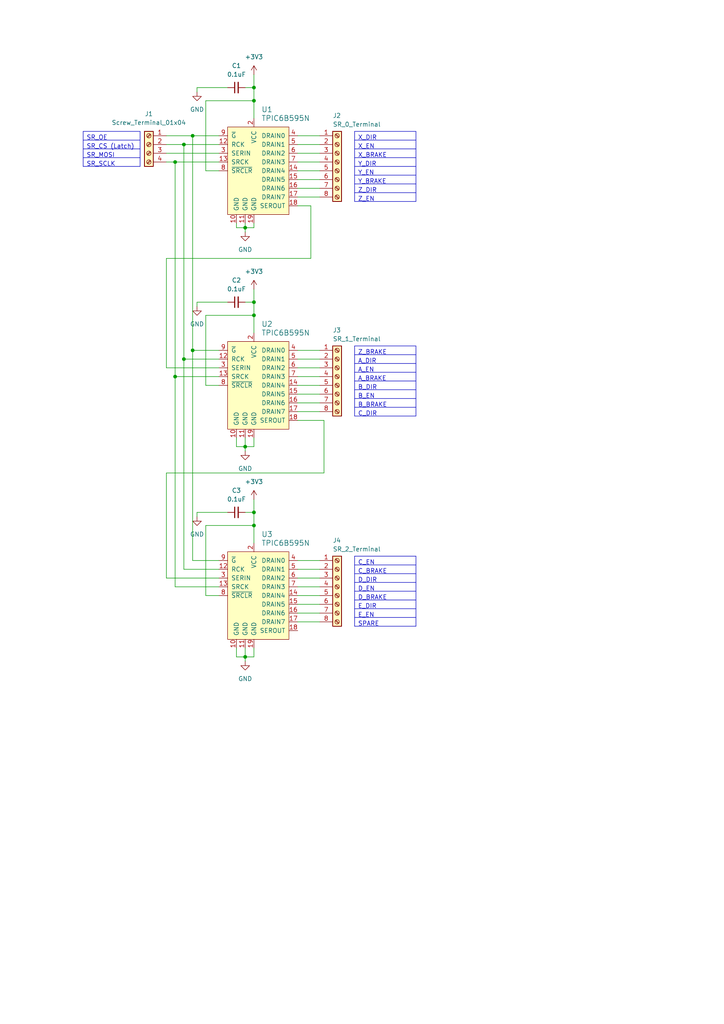
<source format=kicad_sch>
(kicad_sch (version 20250114) (generator "eeschema") (generator_version "9.0")
  (paper "A4" portrait)
  (lib_symbols
    (symbol "Connector:Screw_Terminal_01x04" (pin_names (offset 1.016) (hide yes))
      (property "Reference" "J" (at 0 5.08 0))
      (property "Value" "Screw_Terminal_01x04" (at 0 -7.62 0))
      (symbol "Screw_Terminal_01x04_1_1"
        (rectangle (start -1.27 3.81) (end 1.27 -6.35) (stroke (width 0.254)) (fill (type background)))
        (polyline (pts (xy -0.5334 2.8702) (xy 0.3302 2.032)) (stroke (width 0.1524)))
        (polyline (pts (xy -0.5334 0.3302) (xy 0.3302 -0.508)) (stroke (width 0.1524)))
        (polyline (pts (xy -0.5334 -2.2098) (xy 0.3302 -3.048)) (stroke (width 0.1524)))
        (polyline (pts (xy -0.5334 -4.7498) (xy 0.3302 -5.588)) (stroke (width 0.1524)))
        (polyline (pts (xy -0.3556 3.048) (xy 0.508 2.2098)) (stroke (width 0.1524)))
        (polyline (pts (xy -0.3556 0.508) (xy 0.508 -0.3302)) (stroke (width 0.1524)))
        (polyline (pts (xy -0.3556 -2.032) (xy 0.508 -2.8702)) (stroke (width 0.1524)))
        (polyline (pts (xy -0.3556 -4.572) (xy 0.508 -5.4102)) (stroke (width 0.1524)))
        (circle (center 0 2.54) (radius 0.635) (stroke (width 0.1524)))
        (circle (center 0 0) (radius 0.635) (stroke (width 0.1524)))
        (circle (center 0 -2.54) (radius 0.635) (stroke (width 0.1524)))
        (circle (center 0 -5.08) (radius 0.635) (stroke (width 0.1524)))
        (pin passive line (at -5.08 2.54 0) (length 3.81) (name "Pin_1") (number "1"))
        (pin passive line (at -5.08 0 0) (length 3.81) (name "Pin_2") (number "2"))
        (pin passive line (at -5.08 -2.54 0) (length 3.81) (name "Pin_3") (number "3"))
        (pin passive line (at -5.08 -5.08 0) (length 3.81) (name "Pin_4") (number "4"))
      )
    )
    (symbol "Connector:Screw_Terminal_01x08" (pin_names (offset 1.016) (hide yes))
      (property "Reference" "J" (at 0 10.16 0))
      (property "Value" "Screw_Terminal_01x08" (at 0 -12.7 0))
      (symbol "Screw_Terminal_01x08_1_1"
        (rectangle (start -1.27 8.89) (end 1.27 -11.43) (stroke (width 0.254)) (fill (type background)))
        (polyline (pts (xy -0.5334 7.9502) (xy 0.3302 7.112)) (stroke (width 0.1524)))
        (polyline (pts (xy -0.5334 5.4102) (xy 0.3302 4.572)) (stroke (width 0.1524)))
        (polyline (pts (xy -0.5334 2.8702) (xy 0.3302 2.032)) (stroke (width 0.1524)))
        (polyline (pts (xy -0.5334 0.3302) (xy 0.3302 -0.508)) (stroke (width 0.1524)))
        (polyline (pts (xy -0.5334 -2.2098) (xy 0.3302 -3.048)) (stroke (width 0.1524)))
        (polyline (pts (xy -0.5334 -4.7498) (xy 0.3302 -5.588)) (stroke (width 0.1524)))
        (polyline (pts (xy -0.5334 -7.2898) (xy 0.3302 -8.128)) (stroke (width 0.1524)))
        (polyline (pts (xy -0.5334 -9.8298) (xy 0.3302 -10.668)) (stroke (width 0.1524)))
        (polyline (pts (xy -0.3556 8.128) (xy 0.508 7.2898)) (stroke (width 0.1524)))
        (polyline (pts (xy -0.3556 5.588) (xy 0.508 4.7498)) (stroke (width 0.1524)))
        (polyline (pts (xy -0.3556 3.048) (xy 0.508 2.2098)) (stroke (width 0.1524)))
        (polyline (pts (xy -0.3556 0.508) (xy 0.508 -0.3302)) (stroke (width 0.1524)))
        (polyline (pts (xy -0.3556 -2.032) (xy 0.508 -2.8702)) (stroke (width 0.1524)))
        (polyline (pts (xy -0.3556 -4.572) (xy 0.508 -5.4102)) (stroke (width 0.1524)))
        (polyline (pts (xy -0.3556 -7.112) (xy 0.508 -7.9502)) (stroke (width 0.1524)))
        (polyline (pts (xy -0.3556 -9.652) (xy 0.508 -10.4902)) (stroke (width 0.1524)))
        (circle (center 0 7.62) (radius 0.635) (stroke (width 0.1524)))
        (circle (center 0 5.08) (radius 0.635) (stroke (width 0.1524)))
        (circle (center 0 2.54) (radius 0.635) (stroke (width 0.1524)))
        (circle (center 0 0) (radius 0.635) (stroke (width 0.1524)))
        (circle (center 0 -2.54) (radius 0.635) (stroke (width 0.1524)))
        (circle (center 0 -5.08) (radius 0.635) (stroke (width 0.1524)))
        (circle (center 0 -7.62) (radius 0.635) (stroke (width 0.1524)))
        (circle (center 0 -10.16) (radius 0.635) (stroke (width 0.1524)))
        (pin passive line (at -5.08 7.62 0) (length 3.81) (name "Pin_1") (number "1"))
        (pin passive line (at -5.08 5.08 0) (length 3.81) (name "Pin_2") (number "2"))
        (pin passive line (at -5.08 2.54 0) (length 3.81) (name "Pin_3") (number "3"))
        (pin passive line (at -5.08 0 0) (length 3.81) (name "Pin_4") (number "4"))
        (pin passive line (at -5.08 -2.54 0) (length 3.81) (name "Pin_5") (number "5"))
        (pin passive line (at -5.08 -5.08 0) (length 3.81) (name "Pin_6") (number "6"))
        (pin passive line (at -5.08 -7.62 0) (length 3.81) (name "Pin_7") (number "7"))
        (pin passive line (at -5.08 -10.16 0) (length 3.81) (name "Pin_8") (number "8"))
      )
    )
    (symbol "Device:C_Small" (pin_numbers (hide yes)) (pin_names (offset 0.254) (hide yes))
      (property "Reference" "C" (at 0.254 1.778 0))
      (property "Value" "C_Small" (at 0.254 -2.032 0))
      (symbol "C_Small_0_1"
        (polyline (pts (xy -1.524 0.508) (xy 1.524 0.508)) (stroke (width 0.3048)))
        (polyline (pts (xy -1.524 -0.508) (xy 1.524 -0.508)) (stroke (width 0.3302)))
      )
      (symbol "C_Small_1_1"
        (pin passive line (at 0 2.54 270) (length 2.032) (name "~") (number "1"))
        (pin passive line (at 0 -2.54 90) (length 2.032) (name "~") (number "2"))
      )
    )
    (symbol "dk_Logic-Shift-Registers:TPIC6B595N" (pin_names (offset 1.016))
      (property "Reference" "U" (at -7.7724 1.143 0))
      (property "Value" "TPIC6B595N" (at 0.4572 -26.5938 0))
      (symbol "TPIC6B595N_0_1"
        (rectangle (start -7.62 0) (end 10.16 -25.4) (fill (type background)))
      )
      (symbol "TPIC6B595N_1_1"
        (pin input line (at -10.16 -2.54 0) (length 2.54) (name "~{G}") (number "9"))
        (pin input line (at -10.16 -5.08 0) (length 2.54) (name "RCK") (number "12"))
        (pin input line (at -10.16 -7.62 0) (length 2.54) (name "SERIN") (number "3"))
        (pin input line (at -10.16 -10.16 0) (length 2.54) (name "SRCK") (number "13"))
        (pin input line (at -10.16 -12.7 0) (length 2.54) (name "~{SRCLR}") (number "8"))
        (pin no_connect line (at -7.62 -15.24 0) (length 2.54) (hide yes) (name "NC") (number "1"))
        (pin no_connect line (at -7.62 -17.78 0) (length 2.54) (hide yes) (name "NC") (number "20"))
        (pin power_in line (at -5.08 -27.94 90) (length 2.54) (name "GND") (number "10"))
        (pin power_in line (at -2.54 -27.94 90) (length 2.54) (name "GND") (number "11"))
        (pin power_in line (at 0 2.54 270) (length 2.54) (name "VCC") (number "2"))
        (pin power_in line (at 0 -27.94 90) (length 2.54) (name "GND") (number "19"))
        (pin output line (at 12.7 -2.54 180) (length 2.54) (name "DRAIN0") (number "4"))
        (pin output line (at 12.7 -5.08 180) (length 2.54) (name "DRAIN1") (number "5"))
        (pin output line (at 12.7 -7.62 180) (length 2.54) (name "DRAIN2") (number "6"))
        (pin output line (at 12.7 -10.16 180) (length 2.54) (name "DRAIN3") (number "7"))
        (pin output line (at 12.7 -12.7 180) (length 2.54) (name "DRAIN4") (number "14"))
        (pin output line (at 12.7 -15.24 180) (length 2.54) (name "DRAIN5") (number "15"))
        (pin output line (at 12.7 -17.78 180) (length 2.54) (name "DRAIN6") (number "16"))
        (pin output line (at 12.7 -20.32 180) (length 2.54) (name "DRAIN7") (number "17"))
        (pin output line (at 12.7 -22.86 180) (length 2.54) (name "SEROUT") (number "18"))
      )
    )
    (symbol "power:+3V3" (power) (pin_numbers (hide yes)) (pin_names (offset 0) (hide yes))
      (property "Value" "+3V3" (at 0 3.556 0))
      (symbol "+3V3_0_1"
        (polyline (pts (xy -0.762 1.27) (xy 0 2.54)))
        (polyline (pts (xy 0 2.54) (xy 0.762 1.27)))
        (polyline (pts (xy 0 0) (xy 0 2.54)))
      )
      (symbol "+3V3_1_1"
        (pin power_in line (at 0 0 90) (length 0) (name "~") (number "1"))
      )
    )
    (symbol "power:GND" (power) (pin_numbers (hide yes)) (pin_names (offset 0) (hide yes))
      (property "Value" "GND" (at 0 -3.81 0))
      (symbol "GND_0_1"
        (polyline (pts (xy 0 0) (xy 0 -1.27) (xy 1.27 -1.27) (xy 0 -2.54) (xy -1.27 -1.27) (xy 0 -1.27)))
      )
      (symbol "GND_1_1"
        (pin power_in line (at 0 0 270) (length 0) (name "~") (number "1"))
      )
    )
  )
  (junction (at 73.66 29.21))
  (junction (at 55.88 39.37))
  (junction (at 71.12 190.5))
  (junction (at 71.12 129.54))
  (junction (at 53.34 104.14))
  (junction (at 73.66 152.4))
  (junction (at 50.8 109.22))
  (junction (at 50.8 46.99))
  (junction (at 71.12 66.04))
  (junction (at 55.88 101.6))
  (junction (at 73.66 25.4))
  (junction (at 53.34 41.91))
  (junction (at 73.66 148.59))
  (junction (at 73.66 91.44))
  (junction (at 73.66 87.63))
  (wire (pts (xy 57.15 148.59) (xy 57.15 149.86)))
  (wire (pts (xy 71.12 66.04) (xy 73.66 66.04)))
  (wire (pts (xy 68.58 187.96) (xy 68.58 190.5)))
  (wire (pts (xy 48.26 106.68) (xy 63.5 106.68)))
  (wire (pts (xy 86.36 180.34) (xy 92.71 180.34)))
  (wire (pts (xy 86.36 114.3) (xy 92.71 114.3)))
  (wire (pts (xy 71.12 190.5) (xy 73.66 190.5)))
  (wire (pts (xy 86.36 172.72) (xy 92.71 172.72)))
  (wire (pts (xy 93.98 121.92) (xy 93.98 137.16)))
  (wire (pts (xy 86.36 39.37) (xy 92.71 39.37)))
  (wire (pts (xy 73.66 25.4) (xy 73.66 29.21)))
  (wire (pts (xy 71.12 148.59) (xy 73.66 148.59)))
  (wire (pts (xy 50.8 109.22) (xy 50.8 170.18)))
  (wire (pts (xy 86.36 121.92) (xy 93.98 121.92)))
  (wire (pts (xy 59.69 91.44) (xy 73.66 91.44)))
  (wire (pts (xy 71.12 190.5) (xy 71.12 191.77)))
  (wire (pts (xy 55.88 101.6) (xy 63.5 101.6)))
  (wire (pts (xy 68.58 129.54) (xy 71.12 129.54)))
  (wire (pts (xy 86.36 162.56) (xy 92.71 162.56)))
  (wire (pts (xy 63.5 49.53) (xy 59.69 49.53)))
  (wire (pts (xy 73.66 127) (xy 73.66 129.54)))
  (wire (pts (xy 53.34 41.91) (xy 63.5 41.91)))
  (wire (pts (xy 48.26 74.93) (xy 48.26 106.68)))
  (wire (pts (xy 55.88 39.37) (xy 55.88 101.6)))
  (wire (pts (xy 48.26 44.45) (xy 63.5 44.45)))
  (wire (pts (xy 71.12 66.04) (xy 71.12 67.31)))
  (wire (pts (xy 53.34 104.14) (xy 63.5 104.14)))
  (wire (pts (xy 71.12 129.54) (xy 73.66 129.54)))
  (wire (pts (xy 57.15 25.4) (xy 57.15 26.67)))
  (wire (pts (xy 71.12 187.96) (xy 71.12 190.5)))
  (wire (pts (xy 55.88 162.56) (xy 63.5 162.56)))
  (wire (pts (xy 86.36 101.6) (xy 92.71 101.6)))
  (wire (pts (xy 86.36 104.14) (xy 92.71 104.14)))
  (wire (pts (xy 73.66 187.96) (xy 73.66 190.5)))
  (wire (pts (xy 57.15 87.63) (xy 57.15 88.9)))
  (wire (pts (xy 59.69 29.21) (xy 73.66 29.21)))
  (wire (pts (xy 55.88 39.37) (xy 63.5 39.37)))
  (wire (pts (xy 68.58 64.77) (xy 68.58 66.04)))
  (wire (pts (xy 73.66 29.21) (xy 73.66 34.29)))
  (wire (pts (xy 48.26 41.91) (xy 53.34 41.91)))
  (wire (pts (xy 90.17 59.69) (xy 90.17 74.93)))
  (wire (pts (xy 71.12 129.54) (xy 71.12 130.81)))
  (wire (pts (xy 73.66 152.4) (xy 73.66 157.48)))
  (wire (pts (xy 73.66 91.44) (xy 73.66 96.52)))
  (wire (pts (xy 59.69 111.76) (xy 59.69 91.44)))
  (wire (pts (xy 73.66 21.59) (xy 73.66 25.4)))
  (wire (pts (xy 53.34 165.1) (xy 63.5 165.1)))
  (wire (pts (xy 59.69 172.72) (xy 59.69 152.4)))
  (wire (pts (xy 71.12 64.77) (xy 71.12 66.04)))
  (wire (pts (xy 86.36 46.99) (xy 92.71 46.99)))
  (wire (pts (xy 86.36 41.91) (xy 92.71 41.91)))
  (wire (pts (xy 48.26 39.37) (xy 55.88 39.37)))
  (wire (pts (xy 53.34 41.91) (xy 53.34 104.14)))
  (wire (pts (xy 73.66 64.77) (xy 73.66 66.04)))
  (wire (pts (xy 90.17 59.69) (xy 86.36 59.69)))
  (wire (pts (xy 48.26 46.99) (xy 50.8 46.99)))
  (wire (pts (xy 86.36 52.07) (xy 92.71 52.07)))
  (wire (pts (xy 48.26 137.16) (xy 48.26 167.64)))
  (wire (pts (xy 86.36 165.1) (xy 92.71 165.1)))
  (wire (pts (xy 63.5 172.72) (xy 59.69 172.72)))
  (wire (pts (xy 86.36 57.15) (xy 92.71 57.15)))
  (wire (pts (xy 73.66 144.78) (xy 73.66 148.59)))
  (wire (pts (xy 86.36 116.84) (xy 92.71 116.84)))
  (wire (pts (xy 68.58 190.5) (xy 71.12 190.5)))
  (wire (pts (xy 71.12 25.4) (xy 73.66 25.4)))
  (wire (pts (xy 86.36 167.64) (xy 92.71 167.64)))
  (wire (pts (xy 68.58 127) (xy 68.58 129.54)))
  (wire (pts (xy 86.36 49.53) (xy 92.71 49.53)))
  (wire (pts (xy 73.66 148.59) (xy 73.66 152.4)))
  (wire (pts (xy 50.8 46.99) (xy 63.5 46.99)))
  (wire (pts (xy 93.98 137.16) (xy 48.26 137.16)))
  (wire (pts (xy 86.36 54.61) (xy 92.71 54.61)))
  (wire (pts (xy 59.69 152.4) (xy 73.66 152.4)))
  (wire (pts (xy 86.36 119.38) (xy 92.71 119.38)))
  (wire (pts (xy 50.8 46.99) (xy 50.8 109.22)))
  (wire (pts (xy 86.36 177.8) (xy 92.71 177.8)))
  (wire (pts (xy 68.58 66.04) (xy 71.12 66.04)))
  (wire (pts (xy 71.12 87.63) (xy 73.66 87.63)))
  (wire (pts (xy 50.8 109.22) (xy 63.5 109.22)))
  (wire (pts (xy 73.66 87.63) (xy 73.66 91.44)))
  (wire (pts (xy 73.66 83.82) (xy 73.66 87.63)))
  (wire (pts (xy 90.17 74.93) (xy 48.26 74.93)))
  (wire (pts (xy 86.36 44.45) (xy 92.71 44.45)))
  (wire (pts (xy 86.36 109.22) (xy 92.71 109.22)))
  (wire (pts (xy 55.88 101.6) (xy 55.88 162.56)))
  (wire (pts (xy 57.15 87.63) (xy 66.04 87.63)))
  (wire (pts (xy 71.12 127) (xy 71.12 129.54)))
  (wire (pts (xy 63.5 111.76) (xy 59.69 111.76)))
  (wire (pts (xy 86.36 175.26) (xy 92.71 175.26)))
  (wire (pts (xy 57.15 25.4) (xy 66.04 25.4)))
  (wire (pts (xy 59.69 49.53) (xy 59.69 29.21)))
  (wire (pts (xy 86.36 106.68) (xy 92.71 106.68)))
  (wire (pts (xy 86.36 111.76) (xy 92.71 111.76)))
  (wire (pts (xy 57.15 148.59) (xy 66.04 148.59)))
  (wire (pts (xy 50.8 170.18) (xy 63.5 170.18)))
  (wire (pts (xy 48.26 167.64) (xy 63.5 167.64)))
  (wire (pts (xy 53.34 104.14) (xy 53.34 165.1)))
  (wire (pts (xy 86.36 170.18) (xy 92.71 170.18)))
  (table (column_count 1) (border (external yes) (header yes)) (separators (rows yes) (cols yes)) (column_widths 16.51) (row_heights 2.54 2.54 2.54 2.54) (cells (table_cell "SR_OE" (at 24.13 38.1 0) (size 16.51 2.54) (margins 0.9525 0.9525 0.9525 0.9525) (span 1 1)) (table_cell "SR_CS (Latch)" (at 24.13 40.64 0) (size 16.51 2.54) (margins 0.9525 0.9525 0.9525 0.9525) (span 1 1)) (table_cell "SR_MOSI" (at 24.13 43.18 0) (size 16.51 2.54) (margins 0.9525 0.9525 0.9525 0.9525) (span 1 1)) (table_cell "SR_SCLK" (at 24.13 45.72 0) (size 16.51 2.54) (margins 0.9525 0.9525 0.9525 0.9525) (span 1 1))))
  (table (column_count 1) (border (external yes) (header yes)) (separators (rows yes) (cols yes)) (column_widths 17.78) (row_heights 2.54 2.54 2.54 2.54 2.54 2.54 2.54 2.54) (cells (table_cell "C_EN" (at 102.87 161.29 0) (size 17.78 2.54) (margins 0.9525 0.9525 0.9525 0.9525) (span 1 1)) (table_cell "C_BRAKE" (at 102.87 163.83 0) (size 17.78 2.54) (margins 0.9525 0.9525 0.9525 0.9525) (span 1 1)) (table_cell "D_DIR" (at 102.87 166.37 0) (size 17.78 2.54) (margins 0.9525 0.9525 0.9525 0.9525) (span 1 1)) (table_cell "D_EN" (at 102.87 168.91 0) (size 17.78 2.54) (margins 0.9525 0.9525 0.9525 0.9525) (span 1 1)) (table_cell "D_BRAKE" (at 102.87 171.45 0) (size 17.78 2.54) (margins 0.9525 0.9525 0.9525 0.9525) (span 1 1)) (table_cell "E_DIR" (at 102.87 173.99 0) (size 17.78 2.54) (margins 0.9525 0.9525 0.9525 0.9525) (span 1 1)) (table_cell "E_EN" (at 102.87 176.53 0) (size 17.78 2.54) (margins 0.9525 0.9525 0.9525 0.9525) (span 1 1)) (table_cell "SPARE" (at 102.87 179.07 0) (size 17.78 2.54) (margins 0.9525 0.9525 0.9525 0.9525) (span 1 1))))
  (table (column_count 1) (border (external yes) (header yes)) (separators (rows yes) (cols yes)) (column_widths 17.78) (row_heights 2.54 2.54 2.54 2.54 2.54 2.54 2.54 2.54) (cells (table_cell "Z_BRAKE" (at 102.87 100.33 0) (size 17.78 2.54) (margins 0.9525 0.9525 0.9525 0.9525) (span 1 1)) (table_cell "A_DIR" (at 102.87 102.87 0) (size 17.78 2.54) (margins 0.9525 0.9525 0.9525 0.9525) (span 1 1)) (table_cell "A_EN" (at 102.87 105.41 0) (size 17.78 2.54) (margins 0.9525 0.9525 0.9525 0.9525) (span 1 1)) (table_cell "A_BRAKE" (at 102.87 107.95 0) (size 17.78 2.54) (margins 0.9525 0.9525 0.9525 0.9525) (span 1 1)) (table_cell "B_DIR" (at 102.87 110.49 0) (size 17.78 2.54) (margins 0.9525 0.9525 0.9525 0.9525) (span 1 1)) (table_cell "B_EN" (at 102.87 113.03 0) (size 17.78 2.54) (margins 0.9525 0.9525 0.9525 0.9525) (span 1 1)) (table_cell "B_BRAKE" (at 102.87 115.57 0) (size 17.78 2.54) (margins 0.9525 0.9525 0.9525 0.9525) (span 1 1)) (table_cell "C_DIR" (at 102.87 118.11 0) (size 17.78 2.54) (margins 0.9525 0.9525 0.9525 0.9525) (span 1 1))))
  (table (column_count 1) (border (external yes) (header yes)) (separators (rows yes) (cols yes)) (column_widths 17.78) (row_heights 2.54 2.54 2.54 2.54 2.54 2.54 2.54 2.54) (cells (table_cell "X_DIR" (at 102.87 38.1 0) (size 17.78 2.54) (margins 0.9525 0.9525 0.9525 0.9525) (span 1 1)) (table_cell "X_EN" (at 102.87 40.64 0) (size 17.78 2.54) (margins 0.9525 0.9525 0.9525 0.9525) (span 1 1)) (table_cell "X_BRAKE" (at 102.87 43.18 0) (size 17.78 2.54) (margins 0.9525 0.9525 0.9525 0.9525) (span 1 1)) (table_cell "Y_DIR" (at 102.87 45.72 0) (size 17.78 2.54) (margins 0.9525 0.9525 0.9525 0.9525) (span 1 1)) (table_cell "Y_EN" (at 102.87 48.26 0) (size 17.78 2.54) (margins 0.9525 0.9525 0.9525 0.9525) (span 1 1)) (table_cell "Y_BRAKE" (at 102.87 50.8 0) (size 17.78 2.54) (margins 0.9525 0.9525 0.9525 0.9525) (span 1 1)) (table_cell "Z_DIR" (at 102.87 53.34 0) (size 17.78 2.54) (margins 0.9525 0.9525 0.9525 0.9525) (span 1 1)) (table_cell "Z_EN" (at 102.87 55.88 0) (size 17.78 2.54) (margins 0.9525 0.9525 0.9525 0.9525) (span 1 1))))
  (symbol (lib_id "power:+3V3") (at 73.66 83.82 0) (unit 1)
    (property "Reference" "#PWR06" (effects (hide yes)))
    (property "Value" "+3V3" (at 73.66 78.74 0))
    (property "Description" "Power symbol creates a global label with name \"+3V3\"" (effects (hide yes)))
  )
  (symbol (lib_id "Connector:Screw_Terminal_01x08") (at 97.79 109.22 0) (unit 1)
    (property "Reference" "J3" (at 96.52 95.758 0) (effects (justify left)))
    (property "Value" "SR_1_Terminal" (at 96.52 98.298 0) (effects (justify left)))
    (property "Description" "Generic screw terminal, single row, 01x08, script generated (kicad-library-utils/schlib/autogen/connector/)" (effects (hide yes)))
  )
  (symbol (lib_id "power:+3V3") (at 73.66 144.78 0) (unit 1)
    (property "Reference" "#PWR09" (effects (hide yes)))
    (property "Value" "+3V3" (at 73.66 139.7 0))
    (property "Description" "Power symbol creates a global label with name \"+3V3\"" (effects (hide yes)))
  )
  (symbol (lib_id "power:GND") (at 57.15 149.86 0) (unit 1)
    (property "Reference" "#PWR07" (effects (hide yes)))
    (property "Value" "GND" (at 57.15 154.94 0))
    (property "Description" "Power symbol creates a global label with name \"GND\" , ground" (effects (hide yes)))
  )
  (symbol (lib_id "power:GND") (at 71.12 67.31 0) (unit 1)
    (property "Reference" "#PWR03" (effects (hide yes)))
    (property "Value" "GND" (at 71.12 72.39 0))
    (property "Description" "Power symbol creates a global label with name \"GND\" , ground" (effects (hide yes)))
  )
  (symbol (lib_id "power:GND") (at 57.15 88.9 0) (unit 1)
    (property "Reference" "#PWR04" (effects (hide yes)))
    (property "Value" "GND" (at 57.15 93.98 0))
    (property "Description" "Power symbol creates a global label with name \"GND\" , ground" (effects (hide yes)))
  )
  (symbol (lib_id "power:GND") (at 71.12 130.81 0) (unit 1)
    (property "Reference" "#PWR05" (effects (hide yes)))
    (property "Value" "GND" (at 71.12 135.89 0))
    (property "Description" "Power symbol creates a global label with name \"GND\" , ground" (effects (hide yes)))
  )
  (symbol (lib_id "Connector:Screw_Terminal_01x04") (at 43.18 41.91 0) (mirror y) (unit 1)
    (property "Reference" "J1" (at 43.18 33.02 0))
    (property "Value" "Screw_Terminal_01x04" (at 43.18 35.56 0))
    (property "Description" "Generic screw terminal, single row, 01x04, script generated (kicad-library-utils/schlib/autogen/connector/)" (effects (hide yes)))
  )
  (symbol (lib_id "dk_Logic-Shift-Registers:TPIC6B595N") (at 73.66 160.02 0) (unit 1)
    (property "Reference" "U3" (at 75.8033 154.94 0) (effects (font (size 1.524 1.524)) (justify left)))
    (property "Value" "TPIC6B595N" (at 75.8033 157.48 0) (effects (font (size 1.524 1.524)) (justify left)))
    (property "Footprint" "digikey-footprints:DIP-20_W7.62mm" (effects (hide yes)))
    (property "Datasheet" "http://www.ti.com/general/docs/suppproductinfo.tsp?distId=10&gotoUrl=http%3A%2F%2Fwww.ti.com%2Flit%2Fgpn%2Ftpic6b595" (effects (hide yes)))
    (property "Description" "IC PWR 8-BIT SHIFT REGIS 20-DIP" (effects (hide yes)))
    (property "Digi-Key_PN" "296-1956-5-ND" (effects (hide yes)))
    (property "MPN" "TPIC6B595N" (effects (hide yes)))
    (property "Category" "Integrated Circuits (ICs)" (effects (hide yes)))
    (property "Family" "Logic - Shift Registers" (effects (hide yes)))
    (property "DK_Datasheet_Link" "http://www.ti.com/general/docs/suppproductinfo.tsp?distId=10&gotoUrl=http%3A%2F%2Fwww.ti.com%2Flit%2Fgpn%2Ftpic6b595" (effects (hide yes)))
    (property "DK_Detail_Page" "/product-detail/en/texas-instruments/TPIC6B595N/296-1956-5-ND/277601" (effects (hide yes)))
    (property "Description_1" "IC PWR 8-BIT SHIFT REGIS 20-DIP" (effects (hide yes)))
    (property "Manufacturer" "Texas Instruments" (effects (hide yes)))
    (property "Status" "Active" (effects (hide yes)))
  )
  (symbol (lib_id "Connector:Screw_Terminal_01x08") (at 97.79 46.99 0) (unit 1)
    (property "Reference" "J2" (at 96.52 33.528 0) (effects (justify left)))
    (property "Value" "SR_0_Terminal" (at 96.52 36.068 0) (effects (justify left)))
    (property "Description" "Generic screw terminal, single row, 01x08, script generated (kicad-library-utils/schlib/autogen/connector/)" (effects (hide yes)))
  )
  (symbol (lib_id "Connector:Screw_Terminal_01x08") (at 97.79 170.18 0) (unit 1)
    (property "Reference" "J4" (at 96.52 156.718 0) (effects (justify left)))
    (property "Value" "SR_2_Terminal" (at 96.52 159.258 0) (effects (justify left)))
    (property "Description" "Generic screw terminal, single row, 01x08, script generated (kicad-library-utils/schlib/autogen/connector/)" (effects (hide yes)))
  )
  (symbol (lib_id "power:GND") (at 57.15 26.67 0) (unit 1)
    (property "Reference" "#PWR02" (effects (hide yes)))
    (property "Value" "GND" (at 57.15 31.75 0))
    (property "Description" "Power symbol creates a global label with name \"GND\" , ground" (effects (hide yes)))
  )
  (symbol (lib_id "Device:C_Small") (at 68.58 87.63 90) (unit 1)
    (property "Reference" "C2" (at 68.5863 81.28 90))
    (property "Value" "0.1uF" (at 68.5863 83.82 90))
    (property "Description" "Unpolarized capacitor, small symbol" (effects (hide yes)))
  )
  (symbol (lib_id "dk_Logic-Shift-Registers:TPIC6B595N") (at 73.66 99.06 0) (unit 1)
    (property "Reference" "U2" (at 75.8033 93.98 0) (effects (font (size 1.524 1.524)) (justify left)))
    (property "Value" "TPIC6B595N" (at 75.8033 96.52 0) (effects (font (size 1.524 1.524)) (justify left)))
    (property "Footprint" "digikey-footprints:DIP-20_W7.62mm" (effects (hide yes)))
    (property "Datasheet" "http://www.ti.com/general/docs/suppproductinfo.tsp?distId=10&gotoUrl=http%3A%2F%2Fwww.ti.com%2Flit%2Fgpn%2Ftpic6b595" (effects (hide yes)))
    (property "Description" "IC PWR 8-BIT SHIFT REGIS 20-DIP" (effects (hide yes)))
    (property "Digi-Key_PN" "296-1956-5-ND" (effects (hide yes)))
    (property "MPN" "TPIC6B595N" (effects (hide yes)))
    (property "Category" "Integrated Circuits (ICs)" (effects (hide yes)))
    (property "Family" "Logic - Shift Registers" (effects (hide yes)))
    (property "DK_Datasheet_Link" "http://www.ti.com/general/docs/suppproductinfo.tsp?distId=10&gotoUrl=http%3A%2F%2Fwww.ti.com%2Flit%2Fgpn%2Ftpic6b595" (effects (hide yes)))
    (property "DK_Detail_Page" "/product-detail/en/texas-instruments/TPIC6B595N/296-1956-5-ND/277601" (effects (hide yes)))
    (property "Description_1" "IC PWR 8-BIT SHIFT REGIS 20-DIP" (effects (hide yes)))
    (property "Manufacturer" "Texas Instruments" (effects (hide yes)))
    (property "Status" "Active" (effects (hide yes)))
  )
  (symbol (lib_id "Device:C_Small") (at 68.58 25.4 90) (unit 1)
    (property "Reference" "C1" (at 68.5863 19.05 90))
    (property "Value" "0.1uF" (at 68.5863 21.59 90))
    (property "Description" "Unpolarized capacitor, small symbol" (effects (hide yes)))
  )
  (symbol (lib_id "Device:C_Small") (at 68.58 148.59 90) (unit 1)
    (property "Reference" "C3" (at 68.5863 142.24 90))
    (property "Value" "0.1uF" (at 68.5863 144.78 90))
    (property "Description" "Unpolarized capacitor, small symbol" (effects (hide yes)))
  )
  (symbol (lib_id "power:GND") (at 71.12 191.77 0) (unit 1)
    (property "Reference" "#PWR08" (effects (hide yes)))
    (property "Value" "GND" (at 71.12 196.85 0))
    (property "Description" "Power symbol creates a global label with name \"GND\" , ground" (effects (hide yes)))
  )
  (symbol (lib_id "dk_Logic-Shift-Registers:TPIC6B595N") (at 73.66 36.83 0) (unit 1)
    (property "Reference" "U1" (at 75.8033 31.75 0) (effects (font (size 1.524 1.524)) (justify left)))
    (property "Value" "TPIC6B595N" (at 75.8033 34.29 0) (effects (font (size 1.524 1.524)) (justify left)))
    (property "Footprint" "digikey-footprints:DIP-20_W7.62mm" (effects (hide yes)))
    (property "Datasheet" "http://www.ti.com/general/docs/suppproductinfo.tsp?distId=10&gotoUrl=http%3A%2F%2Fwww.ti.com%2Flit%2Fgpn%2Ftpic6b595" (effects (hide yes)))
    (property "Description" "IC PWR 8-BIT SHIFT REGIS 20-DIP" (effects (hide yes)))
    (property "Digi-Key_PN" "296-1956-5-ND" (effects (hide yes)))
    (property "MPN" "TPIC6B595N" (effects (hide yes)))
    (property "Category" "Integrated Circuits (ICs)" (effects (hide yes)))
    (property "Family" "Logic - Shift Registers" (effects (hide yes)))
    (property "DK_Datasheet_Link" "http://www.ti.com/general/docs/suppproductinfo.tsp?distId=10&gotoUrl=http%3A%2F%2Fwww.ti.com%2Flit%2Fgpn%2Ftpic6b595" (effects (hide yes)))
    (property "DK_Detail_Page" "/product-detail/en/texas-instruments/TPIC6B595N/296-1956-5-ND/277601" (effects (hide yes)))
    (property "Description_1" "IC PWR 8-BIT SHIFT REGIS 20-DIP" (effects (hide yes)))
    (property "Manufacturer" "Texas Instruments" (effects (hide yes)))
    (property "Status" "Active" (effects (hide yes)))
  )
  (symbol (lib_id "power:+3V3") (at 73.66 21.59 0) (unit 1)
    (property "Reference" "#PWR01" (effects (hide yes)))
    (property "Value" "+3V3" (at 73.66 16.51 0))
    (property "Description" "Power symbol creates a global label with name \"+3V3\"" (effects (hide yes)))
  )
)
</source>
